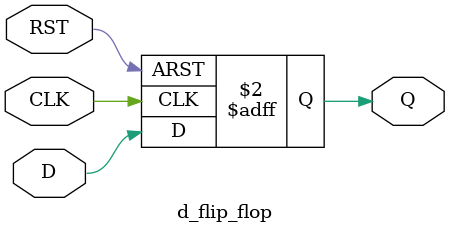
<source format=v>
module d_flip_flop (
    input wire D,
    input wire CLK,
    input wire RST,
    output reg Q
);

always @(posedge CLK or posedge RST) begin
    if (RST) begin
        Q <= 1'b0; // Reset the flip-flop
    end else begin
        Q <= D; // Capture the input on the rising edge of the clock
    end
end

endmodule

</source>
